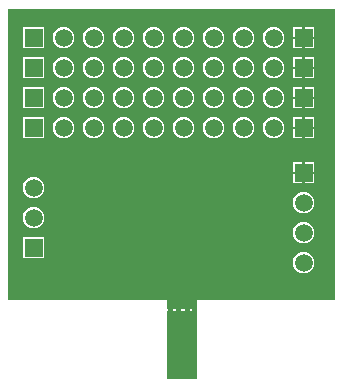
<source format=gbl>
%FSLAX24Y24*%
%MOIN*%
G70*
G01*
G75*
G04 Layer_Physical_Order=2*
G04 Layer_Color=16711680*
%ADD10R,0.0433X0.0394*%
%ADD11R,0.0394X0.0433*%
%ADD12O,0.0807X0.0236*%
%ADD13C,0.0150*%
%ADD14C,0.0080*%
%ADD15C,0.0100*%
%ADD16R,0.0591X0.0591*%
%ADD17C,0.0591*%
%ADD18C,0.0320*%
%ADD19R,0.1000X0.2300*%
G36*
X30550Y32783D02*
X30515Y32748D01*
X25950Y32750D01*
Y32460D01*
X24950D01*
Y32750D01*
X19685Y32748D01*
X19650Y32783D01*
Y42450D01*
X30550D01*
Y32783D01*
D02*
G37*
%LPC*%
G36*
X29460Y38460D02*
X29145D01*
Y38145D01*
X29460D01*
Y38460D01*
D02*
G37*
G36*
X29855D02*
X29540D01*
Y38145D01*
X29855D01*
Y38460D01*
D02*
G37*
G36*
X29460Y38855D02*
X29145D01*
Y38540D01*
X29460D01*
Y38855D01*
D02*
G37*
G36*
X20855D02*
X20145D01*
Y38145D01*
X20855D01*
Y38855D01*
D02*
G37*
G36*
X26500Y38858D02*
X26407Y38846D01*
X26321Y38810D01*
X26247Y38753D01*
X26190Y38679D01*
X26154Y38593D01*
X26142Y38500D01*
X26154Y38407D01*
X26190Y38321D01*
X26247Y38247D01*
X26321Y38190D01*
X26407Y38154D01*
X26500Y38142D01*
X26593Y38154D01*
X26679Y38190D01*
X26753Y38247D01*
X26810Y38321D01*
X26846Y38407D01*
X26858Y38500D01*
X26846Y38593D01*
X26810Y38679D01*
X26753Y38753D01*
X26679Y38810D01*
X26593Y38846D01*
X26500Y38858D01*
D02*
G37*
G36*
X27500D02*
X27407Y38846D01*
X27321Y38810D01*
X27247Y38753D01*
X27190Y38679D01*
X27154Y38593D01*
X27142Y38500D01*
X27154Y38407D01*
X27190Y38321D01*
X27247Y38247D01*
X27321Y38190D01*
X27407Y38154D01*
X27500Y38142D01*
X27593Y38154D01*
X27679Y38190D01*
X27753Y38247D01*
X27810Y38321D01*
X27846Y38407D01*
X27858Y38500D01*
X27846Y38593D01*
X27810Y38679D01*
X27753Y38753D01*
X27679Y38810D01*
X27593Y38846D01*
X27500Y38858D01*
D02*
G37*
G36*
X28500D02*
X28407Y38846D01*
X28321Y38810D01*
X28247Y38753D01*
X28190Y38679D01*
X28154Y38593D01*
X28142Y38500D01*
X28154Y38407D01*
X28190Y38321D01*
X28247Y38247D01*
X28321Y38190D01*
X28407Y38154D01*
X28500Y38142D01*
X28593Y38154D01*
X28679Y38190D01*
X28753Y38247D01*
X28810Y38321D01*
X28846Y38407D01*
X28858Y38500D01*
X28846Y38593D01*
X28810Y38679D01*
X28753Y38753D01*
X28679Y38810D01*
X28593Y38846D01*
X28500Y38858D01*
D02*
G37*
G36*
X29855Y38855D02*
X29540D01*
Y38540D01*
X29855D01*
Y38855D01*
D02*
G37*
G36*
X25500Y39858D02*
X25407Y39846D01*
X25321Y39810D01*
X25247Y39753D01*
X25190Y39679D01*
X25154Y39593D01*
X25142Y39500D01*
X25154Y39407D01*
X25190Y39321D01*
X25247Y39247D01*
X25321Y39190D01*
X25407Y39154D01*
X25500Y39142D01*
X25593Y39154D01*
X25679Y39190D01*
X25753Y39247D01*
X25810Y39321D01*
X25846Y39407D01*
X25858Y39500D01*
X25846Y39593D01*
X25810Y39679D01*
X25753Y39753D01*
X25679Y39810D01*
X25593Y39846D01*
X25500Y39858D01*
D02*
G37*
G36*
X26500D02*
X26407Y39846D01*
X26321Y39810D01*
X26247Y39753D01*
X26190Y39679D01*
X26154Y39593D01*
X26142Y39500D01*
X26154Y39407D01*
X26190Y39321D01*
X26247Y39247D01*
X26321Y39190D01*
X26407Y39154D01*
X26500Y39142D01*
X26593Y39154D01*
X26679Y39190D01*
X26753Y39247D01*
X26810Y39321D01*
X26846Y39407D01*
X26858Y39500D01*
X26846Y39593D01*
X26810Y39679D01*
X26753Y39753D01*
X26679Y39810D01*
X26593Y39846D01*
X26500Y39858D01*
D02*
G37*
G36*
X27500D02*
X27407Y39846D01*
X27321Y39810D01*
X27247Y39753D01*
X27190Y39679D01*
X27154Y39593D01*
X27142Y39500D01*
X27154Y39407D01*
X27190Y39321D01*
X27247Y39247D01*
X27321Y39190D01*
X27407Y39154D01*
X27500Y39142D01*
X27593Y39154D01*
X27679Y39190D01*
X27753Y39247D01*
X27810Y39321D01*
X27846Y39407D01*
X27858Y39500D01*
X27846Y39593D01*
X27810Y39679D01*
X27753Y39753D01*
X27679Y39810D01*
X27593Y39846D01*
X27500Y39858D01*
D02*
G37*
G36*
X24500D02*
X24407Y39846D01*
X24321Y39810D01*
X24247Y39753D01*
X24190Y39679D01*
X24154Y39593D01*
X24142Y39500D01*
X24154Y39407D01*
X24190Y39321D01*
X24247Y39247D01*
X24321Y39190D01*
X24407Y39154D01*
X24500Y39142D01*
X24593Y39154D01*
X24679Y39190D01*
X24753Y39247D01*
X24810Y39321D01*
X24846Y39407D01*
X24858Y39500D01*
X24846Y39593D01*
X24810Y39679D01*
X24753Y39753D01*
X24679Y39810D01*
X24593Y39846D01*
X24500Y39858D01*
D02*
G37*
G36*
X21500D02*
X21407Y39846D01*
X21321Y39810D01*
X21247Y39753D01*
X21190Y39679D01*
X21154Y39593D01*
X21142Y39500D01*
X21154Y39407D01*
X21190Y39321D01*
X21247Y39247D01*
X21321Y39190D01*
X21407Y39154D01*
X21500Y39142D01*
X21593Y39154D01*
X21679Y39190D01*
X21753Y39247D01*
X21810Y39321D01*
X21846Y39407D01*
X21858Y39500D01*
X21846Y39593D01*
X21810Y39679D01*
X21753Y39753D01*
X21679Y39810D01*
X21593Y39846D01*
X21500Y39858D01*
D02*
G37*
G36*
X22500D02*
X22407Y39846D01*
X22321Y39810D01*
X22247Y39753D01*
X22190Y39679D01*
X22154Y39593D01*
X22142Y39500D01*
X22154Y39407D01*
X22190Y39321D01*
X22247Y39247D01*
X22321Y39190D01*
X22407Y39154D01*
X22500Y39142D01*
X22593Y39154D01*
X22679Y39190D01*
X22753Y39247D01*
X22810Y39321D01*
X22846Y39407D01*
X22858Y39500D01*
X22846Y39593D01*
X22810Y39679D01*
X22753Y39753D01*
X22679Y39810D01*
X22593Y39846D01*
X22500Y39858D01*
D02*
G37*
G36*
X23500D02*
X23407Y39846D01*
X23321Y39810D01*
X23247Y39753D01*
X23190Y39679D01*
X23154Y39593D01*
X23142Y39500D01*
X23154Y39407D01*
X23190Y39321D01*
X23247Y39247D01*
X23321Y39190D01*
X23407Y39154D01*
X23500Y39142D01*
X23593Y39154D01*
X23679Y39190D01*
X23753Y39247D01*
X23810Y39321D01*
X23846Y39407D01*
X23858Y39500D01*
X23846Y39593D01*
X23810Y39679D01*
X23753Y39753D01*
X23679Y39810D01*
X23593Y39846D01*
X23500Y39858D01*
D02*
G37*
G36*
X29500Y36358D02*
X29407Y36346D01*
X29321Y36310D01*
X29247Y36253D01*
X29190Y36179D01*
X29154Y36093D01*
X29142Y36000D01*
X29154Y35907D01*
X29190Y35821D01*
X29247Y35747D01*
X29321Y35690D01*
X29407Y35654D01*
X29500Y35642D01*
X29593Y35654D01*
X29679Y35690D01*
X29753Y35747D01*
X29810Y35821D01*
X29846Y35907D01*
X29858Y36000D01*
X29846Y36093D01*
X29810Y36179D01*
X29753Y36253D01*
X29679Y36310D01*
X29593Y36346D01*
X29500Y36358D01*
D02*
G37*
G36*
X20500Y36858D02*
X20407Y36846D01*
X20321Y36810D01*
X20247Y36753D01*
X20190Y36679D01*
X20154Y36593D01*
X20142Y36500D01*
X20154Y36407D01*
X20190Y36321D01*
X20247Y36247D01*
X20321Y36190D01*
X20407Y36154D01*
X20500Y36142D01*
X20593Y36154D01*
X20679Y36190D01*
X20753Y36247D01*
X20810Y36321D01*
X20846Y36407D01*
X20858Y36500D01*
X20846Y36593D01*
X20810Y36679D01*
X20753Y36753D01*
X20679Y36810D01*
X20593Y36846D01*
X20500Y36858D01*
D02*
G37*
G36*
X29460Y36960D02*
X29145D01*
Y36645D01*
X29460D01*
Y36960D01*
D02*
G37*
G36*
X20500Y35858D02*
X20407Y35846D01*
X20321Y35810D01*
X20247Y35753D01*
X20190Y35679D01*
X20154Y35593D01*
X20142Y35500D01*
X20154Y35407D01*
X20190Y35321D01*
X20247Y35247D01*
X20321Y35190D01*
X20407Y35154D01*
X20500Y35142D01*
X20593Y35154D01*
X20679Y35190D01*
X20753Y35247D01*
X20810Y35321D01*
X20846Y35407D01*
X20858Y35500D01*
X20846Y35593D01*
X20810Y35679D01*
X20753Y35753D01*
X20679Y35810D01*
X20593Y35846D01*
X20500Y35858D01*
D02*
G37*
G36*
X29500Y34358D02*
X29407Y34346D01*
X29321Y34310D01*
X29247Y34253D01*
X29190Y34179D01*
X29154Y34093D01*
X29142Y34000D01*
X29154Y33907D01*
X29190Y33821D01*
X29247Y33747D01*
X29321Y33690D01*
X29407Y33654D01*
X29500Y33642D01*
X29593Y33654D01*
X29679Y33690D01*
X29753Y33747D01*
X29810Y33821D01*
X29846Y33907D01*
X29858Y34000D01*
X29846Y34093D01*
X29810Y34179D01*
X29753Y34253D01*
X29679Y34310D01*
X29593Y34346D01*
X29500Y34358D01*
D02*
G37*
G36*
X20855Y34855D02*
X20145D01*
Y34145D01*
X20855D01*
Y34855D01*
D02*
G37*
G36*
X29500Y35358D02*
X29407Y35346D01*
X29321Y35310D01*
X29247Y35253D01*
X29190Y35179D01*
X29154Y35093D01*
X29142Y35000D01*
X29154Y34907D01*
X29190Y34821D01*
X29247Y34747D01*
X29321Y34690D01*
X29407Y34654D01*
X29500Y34642D01*
X29593Y34654D01*
X29679Y34690D01*
X29753Y34747D01*
X29810Y34821D01*
X29846Y34907D01*
X29858Y35000D01*
X29846Y35093D01*
X29810Y35179D01*
X29753Y35253D01*
X29679Y35310D01*
X29593Y35346D01*
X29500Y35358D01*
D02*
G37*
G36*
X29855Y36960D02*
X29540D01*
Y36645D01*
X29855D01*
Y36960D01*
D02*
G37*
G36*
X23500Y38858D02*
X23407Y38846D01*
X23321Y38810D01*
X23247Y38753D01*
X23190Y38679D01*
X23154Y38593D01*
X23142Y38500D01*
X23154Y38407D01*
X23190Y38321D01*
X23247Y38247D01*
X23321Y38190D01*
X23407Y38154D01*
X23500Y38142D01*
X23593Y38154D01*
X23679Y38190D01*
X23753Y38247D01*
X23810Y38321D01*
X23846Y38407D01*
X23858Y38500D01*
X23846Y38593D01*
X23810Y38679D01*
X23753Y38753D01*
X23679Y38810D01*
X23593Y38846D01*
X23500Y38858D01*
D02*
G37*
G36*
X24500D02*
X24407Y38846D01*
X24321Y38810D01*
X24247Y38753D01*
X24190Y38679D01*
X24154Y38593D01*
X24142Y38500D01*
X24154Y38407D01*
X24190Y38321D01*
X24247Y38247D01*
X24321Y38190D01*
X24407Y38154D01*
X24500Y38142D01*
X24593Y38154D01*
X24679Y38190D01*
X24753Y38247D01*
X24810Y38321D01*
X24846Y38407D01*
X24858Y38500D01*
X24846Y38593D01*
X24810Y38679D01*
X24753Y38753D01*
X24679Y38810D01*
X24593Y38846D01*
X24500Y38858D01*
D02*
G37*
G36*
X25500D02*
X25407Y38846D01*
X25321Y38810D01*
X25247Y38753D01*
X25190Y38679D01*
X25154Y38593D01*
X25142Y38500D01*
X25154Y38407D01*
X25190Y38321D01*
X25247Y38247D01*
X25321Y38190D01*
X25407Y38154D01*
X25500Y38142D01*
X25593Y38154D01*
X25679Y38190D01*
X25753Y38247D01*
X25810Y38321D01*
X25846Y38407D01*
X25858Y38500D01*
X25846Y38593D01*
X25810Y38679D01*
X25753Y38753D01*
X25679Y38810D01*
X25593Y38846D01*
X25500Y38858D01*
D02*
G37*
G36*
X22500D02*
X22407Y38846D01*
X22321Y38810D01*
X22247Y38753D01*
X22190Y38679D01*
X22154Y38593D01*
X22142Y38500D01*
X22154Y38407D01*
X22190Y38321D01*
X22247Y38247D01*
X22321Y38190D01*
X22407Y38154D01*
X22500Y38142D01*
X22593Y38154D01*
X22679Y38190D01*
X22753Y38247D01*
X22810Y38321D01*
X22846Y38407D01*
X22858Y38500D01*
X22846Y38593D01*
X22810Y38679D01*
X22753Y38753D01*
X22679Y38810D01*
X22593Y38846D01*
X22500Y38858D01*
D02*
G37*
G36*
X29460Y37355D02*
X29145D01*
Y37040D01*
X29460D01*
Y37355D01*
D02*
G37*
G36*
X29855D02*
X29540D01*
Y37040D01*
X29855D01*
Y37355D01*
D02*
G37*
G36*
X21500Y38858D02*
X21407Y38846D01*
X21321Y38810D01*
X21247Y38753D01*
X21190Y38679D01*
X21154Y38593D01*
X21142Y38500D01*
X21154Y38407D01*
X21190Y38321D01*
X21247Y38247D01*
X21321Y38190D01*
X21407Y38154D01*
X21500Y38142D01*
X21593Y38154D01*
X21679Y38190D01*
X21753Y38247D01*
X21810Y38321D01*
X21846Y38407D01*
X21858Y38500D01*
X21846Y38593D01*
X21810Y38679D01*
X21753Y38753D01*
X21679Y38810D01*
X21593Y38846D01*
X21500Y38858D01*
D02*
G37*
G36*
X28500Y39858D02*
X28407Y39846D01*
X28321Y39810D01*
X28247Y39753D01*
X28190Y39679D01*
X28154Y39593D01*
X28142Y39500D01*
X28154Y39407D01*
X28190Y39321D01*
X28247Y39247D01*
X28321Y39190D01*
X28407Y39154D01*
X28500Y39142D01*
X28593Y39154D01*
X28679Y39190D01*
X28753Y39247D01*
X28810Y39321D01*
X28846Y39407D01*
X28858Y39500D01*
X28846Y39593D01*
X28810Y39679D01*
X28753Y39753D01*
X28679Y39810D01*
X28593Y39846D01*
X28500Y39858D01*
D02*
G37*
G36*
X23500Y41858D02*
X23407Y41846D01*
X23321Y41810D01*
X23247Y41753D01*
X23190Y41679D01*
X23154Y41593D01*
X23142Y41500D01*
X23154Y41407D01*
X23190Y41321D01*
X23247Y41247D01*
X23321Y41190D01*
X23407Y41154D01*
X23500Y41142D01*
X23593Y41154D01*
X23679Y41190D01*
X23753Y41247D01*
X23810Y41321D01*
X23846Y41407D01*
X23858Y41500D01*
X23846Y41593D01*
X23810Y41679D01*
X23753Y41753D01*
X23679Y41810D01*
X23593Y41846D01*
X23500Y41858D01*
D02*
G37*
G36*
X24500D02*
X24407Y41846D01*
X24321Y41810D01*
X24247Y41753D01*
X24190Y41679D01*
X24154Y41593D01*
X24142Y41500D01*
X24154Y41407D01*
X24190Y41321D01*
X24247Y41247D01*
X24321Y41190D01*
X24407Y41154D01*
X24500Y41142D01*
X24593Y41154D01*
X24679Y41190D01*
X24753Y41247D01*
X24810Y41321D01*
X24846Y41407D01*
X24858Y41500D01*
X24846Y41593D01*
X24810Y41679D01*
X24753Y41753D01*
X24679Y41810D01*
X24593Y41846D01*
X24500Y41858D01*
D02*
G37*
G36*
X25500D02*
X25407Y41846D01*
X25321Y41810D01*
X25247Y41753D01*
X25190Y41679D01*
X25154Y41593D01*
X25142Y41500D01*
X25154Y41407D01*
X25190Y41321D01*
X25247Y41247D01*
X25321Y41190D01*
X25407Y41154D01*
X25500Y41142D01*
X25593Y41154D01*
X25679Y41190D01*
X25753Y41247D01*
X25810Y41321D01*
X25846Y41407D01*
X25858Y41500D01*
X25846Y41593D01*
X25810Y41679D01*
X25753Y41753D01*
X25679Y41810D01*
X25593Y41846D01*
X25500Y41858D01*
D02*
G37*
G36*
X22500D02*
X22407Y41846D01*
X22321Y41810D01*
X22247Y41753D01*
X22190Y41679D01*
X22154Y41593D01*
X22142Y41500D01*
X22154Y41407D01*
X22190Y41321D01*
X22247Y41247D01*
X22321Y41190D01*
X22407Y41154D01*
X22500Y41142D01*
X22593Y41154D01*
X22679Y41190D01*
X22753Y41247D01*
X22810Y41321D01*
X22846Y41407D01*
X22858Y41500D01*
X22846Y41593D01*
X22810Y41679D01*
X22753Y41753D01*
X22679Y41810D01*
X22593Y41846D01*
X22500Y41858D01*
D02*
G37*
G36*
X29460Y40855D02*
X29145D01*
Y40540D01*
X29460D01*
Y40855D01*
D02*
G37*
G36*
X29855D02*
X29540D01*
Y40540D01*
X29855D01*
Y40855D01*
D02*
G37*
G36*
X21500Y41858D02*
X21407Y41846D01*
X21321Y41810D01*
X21247Y41753D01*
X21190Y41679D01*
X21154Y41593D01*
X21142Y41500D01*
X21154Y41407D01*
X21190Y41321D01*
X21247Y41247D01*
X21321Y41190D01*
X21407Y41154D01*
X21500Y41142D01*
X21593Y41154D01*
X21679Y41190D01*
X21753Y41247D01*
X21810Y41321D01*
X21846Y41407D01*
X21858Y41500D01*
X21846Y41593D01*
X21810Y41679D01*
X21753Y41753D01*
X21679Y41810D01*
X21593Y41846D01*
X21500Y41858D01*
D02*
G37*
G36*
X26500D02*
X26407Y41846D01*
X26321Y41810D01*
X26247Y41753D01*
X26190Y41679D01*
X26154Y41593D01*
X26142Y41500D01*
X26154Y41407D01*
X26190Y41321D01*
X26247Y41247D01*
X26321Y41190D01*
X26407Y41154D01*
X26500Y41142D01*
X26593Y41154D01*
X26679Y41190D01*
X26753Y41247D01*
X26810Y41321D01*
X26846Y41407D01*
X26858Y41500D01*
X26846Y41593D01*
X26810Y41679D01*
X26753Y41753D01*
X26679Y41810D01*
X26593Y41846D01*
X26500Y41858D01*
D02*
G37*
G36*
X29855Y41460D02*
X29540D01*
Y41145D01*
X29855D01*
Y41460D01*
D02*
G37*
G36*
X29460Y41855D02*
X29145D01*
Y41540D01*
X29460D01*
Y41855D01*
D02*
G37*
G36*
X29855D02*
X29540D01*
Y41540D01*
X29855D01*
Y41855D01*
D02*
G37*
G36*
X29460Y41460D02*
X29145D01*
Y41145D01*
X29460D01*
Y41460D01*
D02*
G37*
G36*
X27500Y41858D02*
X27407Y41846D01*
X27321Y41810D01*
X27247Y41753D01*
X27190Y41679D01*
X27154Y41593D01*
X27142Y41500D01*
X27154Y41407D01*
X27190Y41321D01*
X27247Y41247D01*
X27321Y41190D01*
X27407Y41154D01*
X27500Y41142D01*
X27593Y41154D01*
X27679Y41190D01*
X27753Y41247D01*
X27810Y41321D01*
X27846Y41407D01*
X27858Y41500D01*
X27846Y41593D01*
X27810Y41679D01*
X27753Y41753D01*
X27679Y41810D01*
X27593Y41846D01*
X27500Y41858D01*
D02*
G37*
G36*
X28500D02*
X28407Y41846D01*
X28321Y41810D01*
X28247Y41753D01*
X28190Y41679D01*
X28154Y41593D01*
X28142Y41500D01*
X28154Y41407D01*
X28190Y41321D01*
X28247Y41247D01*
X28321Y41190D01*
X28407Y41154D01*
X28500Y41142D01*
X28593Y41154D01*
X28679Y41190D01*
X28753Y41247D01*
X28810Y41321D01*
X28846Y41407D01*
X28858Y41500D01*
X28846Y41593D01*
X28810Y41679D01*
X28753Y41753D01*
X28679Y41810D01*
X28593Y41846D01*
X28500Y41858D01*
D02*
G37*
G36*
X20855Y41855D02*
X20145D01*
Y41145D01*
X20855D01*
Y41855D01*
D02*
G37*
G36*
X29855Y40460D02*
X29540D01*
Y40145D01*
X29855D01*
Y40460D01*
D02*
G37*
G36*
Y39855D02*
X29540D01*
Y39540D01*
X29855D01*
Y39855D01*
D02*
G37*
G36*
X21500Y40858D02*
X21407Y40846D01*
X21321Y40810D01*
X21247Y40753D01*
X21190Y40679D01*
X21154Y40593D01*
X21142Y40500D01*
X21154Y40407D01*
X21190Y40321D01*
X21247Y40247D01*
X21321Y40190D01*
X21407Y40154D01*
X21500Y40142D01*
X21593Y40154D01*
X21679Y40190D01*
X21753Y40247D01*
X21810Y40321D01*
X21846Y40407D01*
X21858Y40500D01*
X21846Y40593D01*
X21810Y40679D01*
X21753Y40753D01*
X21679Y40810D01*
X21593Y40846D01*
X21500Y40858D01*
D02*
G37*
G36*
X22500D02*
X22407Y40846D01*
X22321Y40810D01*
X22247Y40753D01*
X22190Y40679D01*
X22154Y40593D01*
X22142Y40500D01*
X22154Y40407D01*
X22190Y40321D01*
X22247Y40247D01*
X22321Y40190D01*
X22407Y40154D01*
X22500Y40142D01*
X22593Y40154D01*
X22679Y40190D01*
X22753Y40247D01*
X22810Y40321D01*
X22846Y40407D01*
X22858Y40500D01*
X22846Y40593D01*
X22810Y40679D01*
X22753Y40753D01*
X22679Y40810D01*
X22593Y40846D01*
X22500Y40858D01*
D02*
G37*
G36*
X29460Y39855D02*
X29145D01*
Y39540D01*
X29460D01*
Y39855D01*
D02*
G37*
G36*
X20855D02*
X20145D01*
Y39145D01*
X20855D01*
Y39855D01*
D02*
G37*
G36*
X29460Y39460D02*
X29145D01*
Y39145D01*
X29460D01*
Y39460D01*
D02*
G37*
G36*
X29855D02*
X29540D01*
Y39145D01*
X29855D01*
Y39460D01*
D02*
G37*
G36*
X23500Y40858D02*
X23407Y40846D01*
X23321Y40810D01*
X23247Y40753D01*
X23190Y40679D01*
X23154Y40593D01*
X23142Y40500D01*
X23154Y40407D01*
X23190Y40321D01*
X23247Y40247D01*
X23321Y40190D01*
X23407Y40154D01*
X23500Y40142D01*
X23593Y40154D01*
X23679Y40190D01*
X23753Y40247D01*
X23810Y40321D01*
X23846Y40407D01*
X23858Y40500D01*
X23846Y40593D01*
X23810Y40679D01*
X23753Y40753D01*
X23679Y40810D01*
X23593Y40846D01*
X23500Y40858D01*
D02*
G37*
G36*
X28500D02*
X28407Y40846D01*
X28321Y40810D01*
X28247Y40753D01*
X28190Y40679D01*
X28154Y40593D01*
X28142Y40500D01*
X28154Y40407D01*
X28190Y40321D01*
X28247Y40247D01*
X28321Y40190D01*
X28407Y40154D01*
X28500Y40142D01*
X28593Y40154D01*
X28679Y40190D01*
X28753Y40247D01*
X28810Y40321D01*
X28846Y40407D01*
X28858Y40500D01*
X28846Y40593D01*
X28810Y40679D01*
X28753Y40753D01*
X28679Y40810D01*
X28593Y40846D01*
X28500Y40858D01*
D02*
G37*
G36*
X20855Y40855D02*
X20145D01*
Y40145D01*
X20855D01*
Y40855D01*
D02*
G37*
G36*
X29460Y40460D02*
X29145D01*
Y40145D01*
X29460D01*
Y40460D01*
D02*
G37*
G36*
X27500Y40858D02*
X27407Y40846D01*
X27321Y40810D01*
X27247Y40753D01*
X27190Y40679D01*
X27154Y40593D01*
X27142Y40500D01*
X27154Y40407D01*
X27190Y40321D01*
X27247Y40247D01*
X27321Y40190D01*
X27407Y40154D01*
X27500Y40142D01*
X27593Y40154D01*
X27679Y40190D01*
X27753Y40247D01*
X27810Y40321D01*
X27846Y40407D01*
X27858Y40500D01*
X27846Y40593D01*
X27810Y40679D01*
X27753Y40753D01*
X27679Y40810D01*
X27593Y40846D01*
X27500Y40858D01*
D02*
G37*
G36*
X24500D02*
X24407Y40846D01*
X24321Y40810D01*
X24247Y40753D01*
X24190Y40679D01*
X24154Y40593D01*
X24142Y40500D01*
X24154Y40407D01*
X24190Y40321D01*
X24247Y40247D01*
X24321Y40190D01*
X24407Y40154D01*
X24500Y40142D01*
X24593Y40154D01*
X24679Y40190D01*
X24753Y40247D01*
X24810Y40321D01*
X24846Y40407D01*
X24858Y40500D01*
X24846Y40593D01*
X24810Y40679D01*
X24753Y40753D01*
X24679Y40810D01*
X24593Y40846D01*
X24500Y40858D01*
D02*
G37*
G36*
X25500D02*
X25407Y40846D01*
X25321Y40810D01*
X25247Y40753D01*
X25190Y40679D01*
X25154Y40593D01*
X25142Y40500D01*
X25154Y40407D01*
X25190Y40321D01*
X25247Y40247D01*
X25321Y40190D01*
X25407Y40154D01*
X25500Y40142D01*
X25593Y40154D01*
X25679Y40190D01*
X25753Y40247D01*
X25810Y40321D01*
X25846Y40407D01*
X25858Y40500D01*
X25846Y40593D01*
X25810Y40679D01*
X25753Y40753D01*
X25679Y40810D01*
X25593Y40846D01*
X25500Y40858D01*
D02*
G37*
G36*
X26500D02*
X26407Y40846D01*
X26321Y40810D01*
X26247Y40753D01*
X26190Y40679D01*
X26154Y40593D01*
X26142Y40500D01*
X26154Y40407D01*
X26190Y40321D01*
X26247Y40247D01*
X26321Y40190D01*
X26407Y40154D01*
X26500Y40142D01*
X26593Y40154D01*
X26679Y40190D01*
X26753Y40247D01*
X26810Y40321D01*
X26846Y40407D01*
X26858Y40500D01*
X26846Y40593D01*
X26810Y40679D01*
X26753Y40753D01*
X26679Y40810D01*
X26593Y40846D01*
X26500Y40858D01*
D02*
G37*
%LPD*%
D13*
X25050Y32350D02*
Y32500D01*
X25850Y32300D02*
Y32500D01*
X25600Y32350D02*
Y32500D01*
X25300Y32350D02*
Y32500D01*
D16*
X29500Y37000D02*
D03*
X20500Y34500D02*
D03*
X29500Y41500D02*
D03*
Y40500D02*
D03*
Y39500D02*
D03*
Y38500D02*
D03*
X20500Y40500D02*
D03*
Y39500D02*
D03*
Y38500D02*
D03*
Y41500D02*
D03*
D17*
X29500Y36000D02*
D03*
Y35000D02*
D03*
Y34000D02*
D03*
X20500Y36500D02*
D03*
Y35500D02*
D03*
X21500Y41500D02*
D03*
X22500D02*
D03*
X21500Y40500D02*
D03*
X22500D02*
D03*
Y39500D02*
D03*
X21500D02*
D03*
Y38500D02*
D03*
X22500D02*
D03*
X25500D02*
D03*
X24500D02*
D03*
Y39500D02*
D03*
X25500D02*
D03*
Y40500D02*
D03*
X24500D02*
D03*
X25500Y41500D02*
D03*
X24500D02*
D03*
X23500D02*
D03*
Y38500D02*
D03*
Y39500D02*
D03*
Y40500D02*
D03*
X28500Y38500D02*
D03*
X27500D02*
D03*
Y39500D02*
D03*
X28500D02*
D03*
Y40500D02*
D03*
X27500D02*
D03*
X28500Y41500D02*
D03*
X27500D02*
D03*
X26500D02*
D03*
Y38500D02*
D03*
Y39500D02*
D03*
Y40500D02*
D03*
D18*
X21750Y37750D02*
D03*
X22250D02*
D03*
Y37250D02*
D03*
X21750D02*
D03*
Y36750D02*
D03*
X22250D02*
D03*
X21250D02*
D03*
Y36250D02*
D03*
X21750D02*
D03*
X22250D02*
D03*
X27750Y37750D02*
D03*
X28500D02*
D03*
Y37250D02*
D03*
X27750D02*
D03*
Y36750D02*
D03*
X28500D02*
D03*
X24500Y37500D02*
D03*
X25750D02*
D03*
Y36750D02*
D03*
X24500D02*
D03*
Y36000D02*
D03*
X25750D02*
D03*
X28450Y34850D02*
D03*
Y33900D02*
D03*
X28900D02*
D03*
Y34850D02*
D03*
D19*
X25450Y31250D02*
D03*
M02*

</source>
